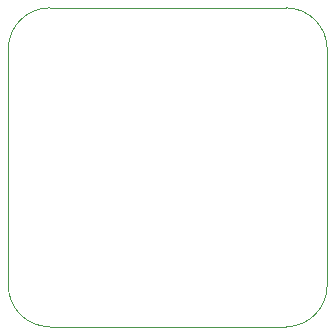
<source format=gbr>
%TF.GenerationSoftware,KiCad,Pcbnew,8.0.6*%
%TF.CreationDate,2024-12-21T12:39:34-05:00*%
%TF.ProjectId,photointerrupter_breakout,70686f74-6f69-46e7-9465-727275707465,rev?*%
%TF.SameCoordinates,PX7c745a0PY4ead9a0*%
%TF.FileFunction,Profile,NP*%
%FSLAX46Y46*%
G04 Gerber Fmt 4.6, Leading zero omitted, Abs format (unit mm)*
G04 Created by KiCad (PCBNEW 8.0.6) date 2024-12-21 12:39:34*
%MOMM*%
%LPD*%
G01*
G04 APERTURE LIST*
%TA.AperFunction,Profile*%
%ADD10C,0.050000*%
%TD*%
G04 APERTURE END LIST*
D10*
X28000000Y-4500000D02*
X28000000Y-24500000D01*
X1000000Y-24500000D02*
X1000000Y-4500000D01*
X24500000Y-28000000D02*
X4500000Y-28000000D01*
X28000000Y-24500000D02*
G75*
G02*
X24500000Y-28000000I-3500000J0D01*
G01*
X4500000Y-1000000D02*
X24500000Y-1000000D01*
X1000000Y-4500000D02*
G75*
G02*
X4500000Y-1000000I3500000J0D01*
G01*
X4500000Y-28000000D02*
G75*
G02*
X1000000Y-24500000I0J3500000D01*
G01*
X24500000Y-1000000D02*
G75*
G02*
X28000000Y-4500000I0J-3500000D01*
G01*
M02*

</source>
